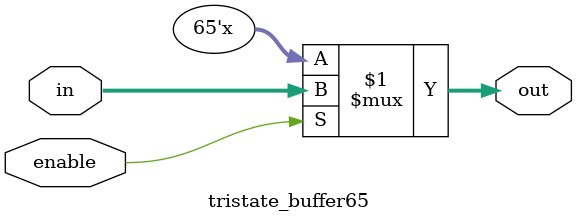
<source format=v>
module tristate_buffer65(out, in, enable); 
    input [64:0] in;
    input enable; 
    output [64:0] out; 

    assign out = enable ? in : 65'bz; 

endmodule
</source>
